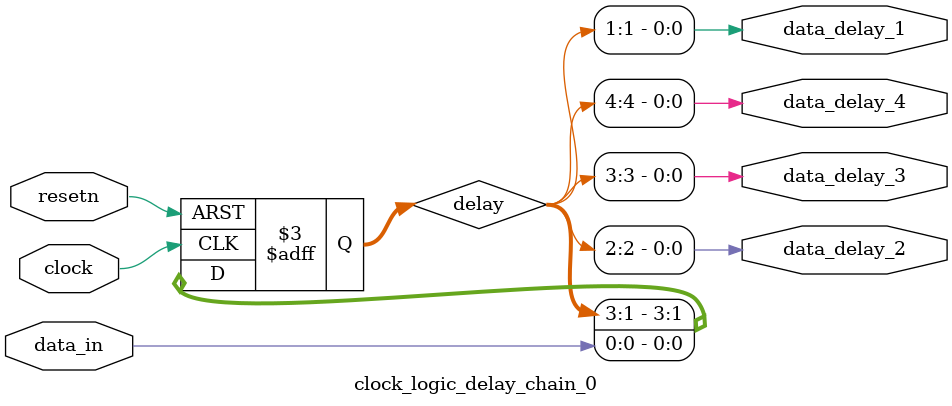
<source format=sv>
module clock_logic_delay_chain_0(
	input  wire clock,
	input  wire resetn,
	input  wire data_in,
	output wire data_delay_1,
	output wire data_delay_2,
	output wire data_delay_3,
	output wire data_delay_4
);

reg [4:1] delay;

assign data_delay_1 = delay[1];
assign data_delay_2 = delay[2];
assign data_delay_3 = delay[3];
assign data_delay_4 = delay[4];

always @(posedge clock or negedge resetn)
begin
	if(~resetn)
		delay <= 4'b0;
	else
		delay <= {delay[3:1], data_in};
end

endmodule


</source>
